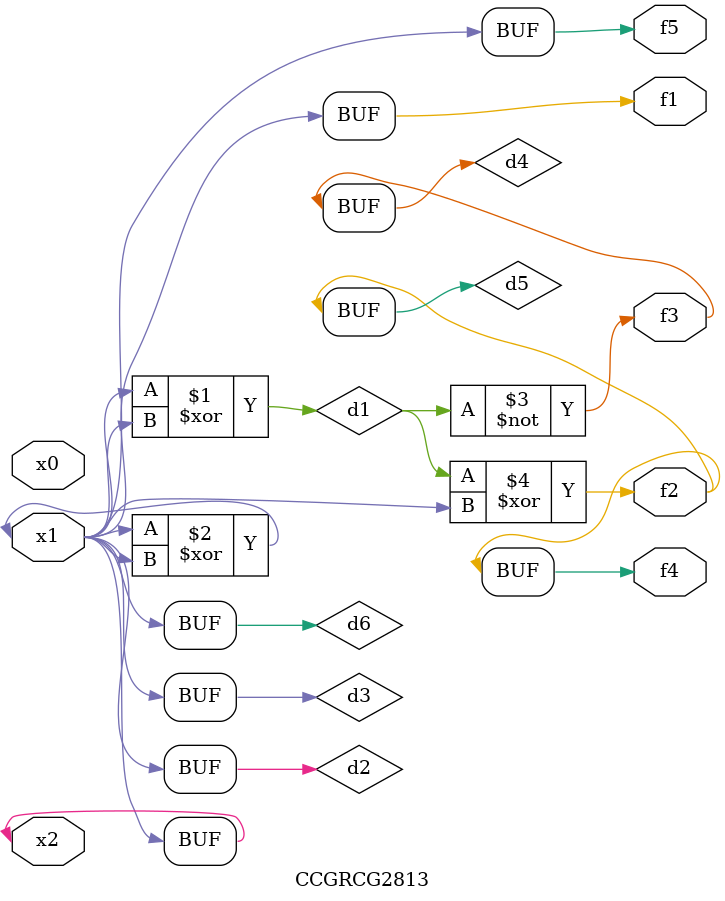
<source format=v>
module CCGRCG2813(
	input x0, x1, x2,
	output f1, f2, f3, f4, f5
);

	wire d1, d2, d3, d4, d5, d6;

	xor (d1, x1, x2);
	buf (d2, x1, x2);
	xor (d3, x1, x2);
	nor (d4, d1);
	xor (d5, d1, d2);
	buf (d6, d2, d3);
	assign f1 = d6;
	assign f2 = d5;
	assign f3 = d4;
	assign f4 = d5;
	assign f5 = d6;
endmodule

</source>
